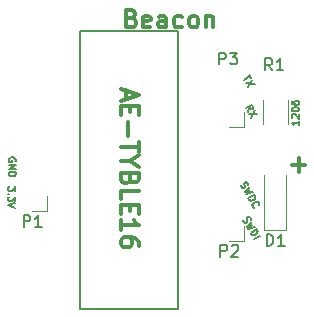
<source format=gbr>
G04 #@! TF.FileFunction,Legend,Top*
%FSLAX46Y46*%
G04 Gerber Fmt 4.6, Leading zero omitted, Abs format (unit mm)*
G04 Created by KiCad (PCBNEW 4.0.1-stable) date 2019/03/03 15:39:44*
%MOMM*%
G01*
G04 APERTURE LIST*
%ADD10C,0.100000*%
%ADD11C,0.150000*%
%ADD12C,0.300000*%
%ADD13C,0.375000*%
%ADD14C,0.120000*%
G04 APERTURE END LIST*
D10*
D11*
X174921429Y-102160715D02*
X174921429Y-102503572D01*
X174921429Y-102332144D02*
X174321429Y-102332144D01*
X174407143Y-102389287D01*
X174464286Y-102446429D01*
X174492857Y-102503572D01*
X174378571Y-101932143D02*
X174350000Y-101903572D01*
X174321429Y-101846429D01*
X174321429Y-101703572D01*
X174350000Y-101646429D01*
X174378571Y-101617858D01*
X174435714Y-101589286D01*
X174492857Y-101589286D01*
X174578571Y-101617858D01*
X174921429Y-101960715D01*
X174921429Y-101589286D01*
X174321429Y-101217857D02*
X174321429Y-101160714D01*
X174350000Y-101103571D01*
X174378571Y-101075000D01*
X174435714Y-101046429D01*
X174550000Y-101017857D01*
X174692857Y-101017857D01*
X174807143Y-101046429D01*
X174864286Y-101075000D01*
X174892857Y-101103571D01*
X174921429Y-101160714D01*
X174921429Y-101217857D01*
X174892857Y-101275000D01*
X174864286Y-101303571D01*
X174807143Y-101332143D01*
X174692857Y-101360714D01*
X174550000Y-101360714D01*
X174435714Y-101332143D01*
X174378571Y-101303571D01*
X174350000Y-101275000D01*
X174321429Y-101217857D01*
X174321429Y-100503571D02*
X174321429Y-100617857D01*
X174350000Y-100675000D01*
X174378571Y-100703571D01*
X174464286Y-100760714D01*
X174578571Y-100789285D01*
X174807143Y-100789285D01*
X174864286Y-100760714D01*
X174892857Y-100732142D01*
X174921429Y-100675000D01*
X174921429Y-100560714D01*
X174892857Y-100503571D01*
X174864286Y-100475000D01*
X174807143Y-100446428D01*
X174664286Y-100446428D01*
X174607143Y-100475000D01*
X174578571Y-100503571D01*
X174550000Y-100560714D01*
X174550000Y-100675000D01*
X174578571Y-100732142D01*
X174607143Y-100760714D01*
X174664286Y-100789285D01*
D12*
X174328572Y-105907143D02*
X175471429Y-105907143D01*
X174900000Y-106478571D02*
X174900000Y-105335714D01*
D13*
X160760715Y-93467857D02*
X160975001Y-93539286D01*
X161046429Y-93610714D01*
X161117858Y-93753571D01*
X161117858Y-93967857D01*
X161046429Y-94110714D01*
X160975001Y-94182143D01*
X160832143Y-94253571D01*
X160260715Y-94253571D01*
X160260715Y-92753571D01*
X160760715Y-92753571D01*
X160903572Y-92825000D01*
X160975001Y-92896429D01*
X161046429Y-93039286D01*
X161046429Y-93182143D01*
X160975001Y-93325000D01*
X160903572Y-93396429D01*
X160760715Y-93467857D01*
X160260715Y-93467857D01*
X162332143Y-94182143D02*
X162189286Y-94253571D01*
X161903572Y-94253571D01*
X161760715Y-94182143D01*
X161689286Y-94039286D01*
X161689286Y-93467857D01*
X161760715Y-93325000D01*
X161903572Y-93253571D01*
X162189286Y-93253571D01*
X162332143Y-93325000D01*
X162403572Y-93467857D01*
X162403572Y-93610714D01*
X161689286Y-93753571D01*
X163689286Y-94253571D02*
X163689286Y-93467857D01*
X163617857Y-93325000D01*
X163475000Y-93253571D01*
X163189286Y-93253571D01*
X163046429Y-93325000D01*
X163689286Y-94182143D02*
X163546429Y-94253571D01*
X163189286Y-94253571D01*
X163046429Y-94182143D01*
X162975000Y-94039286D01*
X162975000Y-93896429D01*
X163046429Y-93753571D01*
X163189286Y-93682143D01*
X163546429Y-93682143D01*
X163689286Y-93610714D01*
X165046429Y-94182143D02*
X164903572Y-94253571D01*
X164617858Y-94253571D01*
X164475000Y-94182143D01*
X164403572Y-94110714D01*
X164332143Y-93967857D01*
X164332143Y-93539286D01*
X164403572Y-93396429D01*
X164475000Y-93325000D01*
X164617858Y-93253571D01*
X164903572Y-93253571D01*
X165046429Y-93325000D01*
X165903572Y-94253571D02*
X165760714Y-94182143D01*
X165689286Y-94110714D01*
X165617857Y-93967857D01*
X165617857Y-93539286D01*
X165689286Y-93396429D01*
X165760714Y-93325000D01*
X165903572Y-93253571D01*
X166117857Y-93253571D01*
X166260714Y-93325000D01*
X166332143Y-93396429D01*
X166403572Y-93539286D01*
X166403572Y-93967857D01*
X166332143Y-94110714D01*
X166260714Y-94182143D01*
X166117857Y-94253571D01*
X165903572Y-94253571D01*
X167046429Y-93253571D02*
X167046429Y-94253571D01*
X167046429Y-93396429D02*
X167117857Y-93325000D01*
X167260715Y-93253571D01*
X167475000Y-93253571D01*
X167617857Y-93325000D01*
X167689286Y-93467857D01*
X167689286Y-94253571D01*
D11*
X170211109Y-110517519D02*
X170229222Y-110606036D01*
X170300650Y-110729754D01*
X170353966Y-110764955D01*
X170392994Y-110775413D01*
X170456768Y-110771585D01*
X170506255Y-110743014D01*
X170541456Y-110689698D01*
X170551914Y-110650669D01*
X170548087Y-110586896D01*
X170515687Y-110473636D01*
X170511860Y-110409864D01*
X170522317Y-110370834D01*
X170557519Y-110317519D01*
X170607006Y-110288948D01*
X170670779Y-110285119D01*
X170709808Y-110295578D01*
X170763122Y-110330779D01*
X170834551Y-110454498D01*
X170852665Y-110543014D01*
X170977408Y-110701933D02*
X170529222Y-111125651D01*
X170957519Y-111010340D01*
X170643508Y-111323600D01*
X171234551Y-111147318D01*
X170829222Y-111645266D02*
X171348837Y-111345266D01*
X171420265Y-111468984D01*
X171438380Y-111557501D01*
X171417463Y-111635559D01*
X171382262Y-111688874D01*
X171297574Y-111770760D01*
X171223342Y-111813618D01*
X171110083Y-111846017D01*
X171046310Y-111849844D01*
X170968252Y-111828929D01*
X170900650Y-111768984D01*
X170829222Y-111645266D01*
X171129222Y-112164881D02*
X171648837Y-111864881D01*
X170007537Y-107581429D02*
X170025650Y-107669946D01*
X170097079Y-107793664D01*
X170150394Y-107828865D01*
X170189423Y-107839323D01*
X170253196Y-107835495D01*
X170302683Y-107806924D01*
X170337885Y-107753608D01*
X170348342Y-107714579D01*
X170344515Y-107650806D01*
X170312115Y-107537546D01*
X170308288Y-107473774D01*
X170318746Y-107434744D01*
X170353947Y-107381429D01*
X170403435Y-107352858D01*
X170467207Y-107349030D01*
X170506237Y-107359488D01*
X170559551Y-107394689D01*
X170630980Y-107518408D01*
X170649094Y-107606924D01*
X170773837Y-107765843D02*
X170325650Y-108189561D01*
X170753947Y-108074250D01*
X170439936Y-108387510D01*
X171030980Y-108211228D01*
X170625650Y-108709176D02*
X171145265Y-108409176D01*
X171216694Y-108532894D01*
X171234808Y-108621411D01*
X171213892Y-108699469D01*
X171178691Y-108752785D01*
X171094002Y-108834670D01*
X171019771Y-108877528D01*
X170906512Y-108909927D01*
X170842738Y-108913754D01*
X170764680Y-108892840D01*
X170697079Y-108832894D01*
X170625650Y-108709176D01*
X171146566Y-109497143D02*
X171107537Y-109486685D01*
X171039936Y-109426741D01*
X171011365Y-109377253D01*
X170993251Y-109288736D01*
X171014167Y-109210678D01*
X171049369Y-109157363D01*
X171134057Y-109075477D01*
X171208288Y-109032619D01*
X171321548Y-109000220D01*
X171385321Y-108996393D01*
X171463379Y-109017308D01*
X171530980Y-109077253D01*
X171559551Y-109126741D01*
X171577665Y-109215257D01*
X171567207Y-109254285D01*
X170589936Y-101374112D02*
X170737372Y-101058049D01*
X170418507Y-101077189D02*
X170938122Y-100777189D01*
X171052408Y-100975138D01*
X171056236Y-101038910D01*
X171045779Y-101077940D01*
X171010577Y-101131254D01*
X170936346Y-101174112D01*
X170872574Y-101177940D01*
X170833544Y-101167482D01*
X170780230Y-101132281D01*
X170665944Y-100934332D01*
X171209551Y-101247317D02*
X170889936Y-101893727D01*
X171409551Y-101593727D02*
X170689936Y-101547317D01*
X170730979Y-98239817D02*
X170902408Y-98536740D01*
X170297078Y-98688278D02*
X170816693Y-98388278D01*
X170973836Y-98660458D02*
X170654221Y-99306868D01*
X171173836Y-99006868D02*
X170454221Y-98960458D01*
X150925000Y-105592858D02*
X150953571Y-105535715D01*
X150953571Y-105450001D01*
X150925000Y-105364286D01*
X150867857Y-105307144D01*
X150810714Y-105278572D01*
X150696429Y-105250001D01*
X150610714Y-105250001D01*
X150496429Y-105278572D01*
X150439286Y-105307144D01*
X150382143Y-105364286D01*
X150353571Y-105450001D01*
X150353571Y-105507144D01*
X150382143Y-105592858D01*
X150410714Y-105621429D01*
X150610714Y-105621429D01*
X150610714Y-105507144D01*
X150353571Y-105878572D02*
X150953571Y-105878572D01*
X150353571Y-106221429D01*
X150953571Y-106221429D01*
X150353571Y-106507143D02*
X150953571Y-106507143D01*
X150953571Y-106650000D01*
X150925000Y-106735715D01*
X150867857Y-106792857D01*
X150810714Y-106821429D01*
X150696429Y-106850000D01*
X150610714Y-106850000D01*
X150496429Y-106821429D01*
X150439286Y-106792857D01*
X150382143Y-106735715D01*
X150353571Y-106650000D01*
X150353571Y-106507143D01*
X150928571Y-107714285D02*
X150928571Y-108085714D01*
X150700000Y-107885714D01*
X150700000Y-107971428D01*
X150671429Y-108028571D01*
X150642857Y-108057142D01*
X150585714Y-108085714D01*
X150442857Y-108085714D01*
X150385714Y-108057142D01*
X150357143Y-108028571D01*
X150328571Y-107971428D01*
X150328571Y-107800000D01*
X150357143Y-107742857D01*
X150385714Y-107714285D01*
X150385714Y-108342857D02*
X150357143Y-108371429D01*
X150328571Y-108342857D01*
X150357143Y-108314286D01*
X150385714Y-108342857D01*
X150328571Y-108342857D01*
X150928571Y-108571428D02*
X150928571Y-108942857D01*
X150700000Y-108742857D01*
X150700000Y-108828571D01*
X150671429Y-108885714D01*
X150642857Y-108914285D01*
X150585714Y-108942857D01*
X150442857Y-108942857D01*
X150385714Y-108914285D01*
X150357143Y-108885714D01*
X150328571Y-108828571D01*
X150328571Y-108657143D01*
X150357143Y-108600000D01*
X150385714Y-108571428D01*
X150928571Y-109114286D02*
X150328571Y-109314286D01*
X150928571Y-109514286D01*
D12*
X160300000Y-99582143D02*
X160300000Y-100296429D01*
X159871429Y-99439286D02*
X161371429Y-99939286D01*
X159871429Y-100439286D01*
X160657143Y-100939286D02*
X160657143Y-101439286D01*
X159871429Y-101653572D02*
X159871429Y-100939286D01*
X161371429Y-100939286D01*
X161371429Y-101653572D01*
X160442857Y-102296429D02*
X160442857Y-103439286D01*
X161371429Y-103939286D02*
X161371429Y-104796429D01*
X159871429Y-104367858D02*
X161371429Y-104367858D01*
X160585714Y-105582143D02*
X159871429Y-105582143D01*
X161371429Y-105082143D02*
X160585714Y-105582143D01*
X161371429Y-106082143D01*
X160657143Y-107082143D02*
X160585714Y-107296429D01*
X160514286Y-107367857D01*
X160371429Y-107439286D01*
X160157143Y-107439286D01*
X160014286Y-107367857D01*
X159942857Y-107296429D01*
X159871429Y-107153571D01*
X159871429Y-106582143D01*
X161371429Y-106582143D01*
X161371429Y-107082143D01*
X161300000Y-107225000D01*
X161228571Y-107296429D01*
X161085714Y-107367857D01*
X160942857Y-107367857D01*
X160800000Y-107296429D01*
X160728571Y-107225000D01*
X160657143Y-107082143D01*
X160657143Y-106582143D01*
X159871429Y-108796429D02*
X159871429Y-108082143D01*
X161371429Y-108082143D01*
X160657143Y-109296429D02*
X160657143Y-109796429D01*
X159871429Y-110010715D02*
X159871429Y-109296429D01*
X161371429Y-109296429D01*
X161371429Y-110010715D01*
X159871429Y-111439286D02*
X159871429Y-110582143D01*
X159871429Y-111010715D02*
X161371429Y-111010715D01*
X161157143Y-110867858D01*
X161014286Y-110725000D01*
X160942857Y-110582143D01*
X161371429Y-112725000D02*
X161371429Y-112439286D01*
X161300000Y-112296429D01*
X161228571Y-112225000D01*
X161014286Y-112082143D01*
X160728571Y-112010714D01*
X160157143Y-112010714D01*
X160014286Y-112082143D01*
X159942857Y-112153571D01*
X159871429Y-112296429D01*
X159871429Y-112582143D01*
X159942857Y-112725000D01*
X160014286Y-112796429D01*
X160157143Y-112867857D01*
X160514286Y-112867857D01*
X160657143Y-112796429D01*
X160728571Y-112725000D01*
X160800000Y-112582143D01*
X160800000Y-112296429D01*
X160728571Y-112153571D01*
X160657143Y-112082143D01*
X160514286Y-112010714D01*
D14*
X170270000Y-111025000D02*
X170270000Y-112295000D01*
X170270000Y-112295000D02*
X169000000Y-112295000D01*
X170245000Y-101415000D02*
X170245000Y-102685000D01*
X170245000Y-102685000D02*
X168975000Y-102685000D01*
X153570000Y-108525000D02*
X153570000Y-109795000D01*
X153570000Y-109795000D02*
X152300000Y-109795000D01*
D11*
X164650000Y-118050000D02*
X164650000Y-94550000D01*
X164650000Y-94550000D02*
X156350000Y-94550000D01*
X156350000Y-94550000D02*
X156350000Y-118050000D01*
X156350000Y-118050000D02*
X164650000Y-118050000D01*
D14*
X171975000Y-111400000D02*
X173875000Y-111400000D01*
X173875000Y-111400000D02*
X173875000Y-106700000D01*
X171975000Y-111400000D02*
X171975000Y-106700000D01*
X173995000Y-100425000D02*
X173995000Y-102425000D01*
X171855000Y-102425000D02*
X171855000Y-100425000D01*
D11*
X168286905Y-113652381D02*
X168286905Y-112652381D01*
X168667858Y-112652381D01*
X168763096Y-112700000D01*
X168810715Y-112747619D01*
X168858334Y-112842857D01*
X168858334Y-112985714D01*
X168810715Y-113080952D01*
X168763096Y-113128571D01*
X168667858Y-113176190D01*
X168286905Y-113176190D01*
X169239286Y-112747619D02*
X169286905Y-112700000D01*
X169382143Y-112652381D01*
X169620239Y-112652381D01*
X169715477Y-112700000D01*
X169763096Y-112747619D01*
X169810715Y-112842857D01*
X169810715Y-112938095D01*
X169763096Y-113080952D01*
X169191667Y-113652381D01*
X169810715Y-113652381D01*
X168186905Y-97377381D02*
X168186905Y-96377381D01*
X168567858Y-96377381D01*
X168663096Y-96425000D01*
X168710715Y-96472619D01*
X168758334Y-96567857D01*
X168758334Y-96710714D01*
X168710715Y-96805952D01*
X168663096Y-96853571D01*
X168567858Y-96901190D01*
X168186905Y-96901190D01*
X169091667Y-96377381D02*
X169710715Y-96377381D01*
X169377381Y-96758333D01*
X169520239Y-96758333D01*
X169615477Y-96805952D01*
X169663096Y-96853571D01*
X169710715Y-96948810D01*
X169710715Y-97186905D01*
X169663096Y-97282143D01*
X169615477Y-97329762D01*
X169520239Y-97377381D01*
X169234524Y-97377381D01*
X169139286Y-97329762D01*
X169091667Y-97282143D01*
X151611905Y-111152381D02*
X151611905Y-110152381D01*
X151992858Y-110152381D01*
X152088096Y-110200000D01*
X152135715Y-110247619D01*
X152183334Y-110342857D01*
X152183334Y-110485714D01*
X152135715Y-110580952D01*
X152088096Y-110628571D01*
X151992858Y-110676190D01*
X151611905Y-110676190D01*
X153135715Y-111152381D02*
X152564286Y-111152381D01*
X152850000Y-111152381D02*
X152850000Y-110152381D01*
X152754762Y-110295238D01*
X152659524Y-110390476D01*
X152564286Y-110438095D01*
X172186905Y-112752381D02*
X172186905Y-111752381D01*
X172425000Y-111752381D01*
X172567858Y-111800000D01*
X172663096Y-111895238D01*
X172710715Y-111990476D01*
X172758334Y-112180952D01*
X172758334Y-112323810D01*
X172710715Y-112514286D01*
X172663096Y-112609524D01*
X172567858Y-112704762D01*
X172425000Y-112752381D01*
X172186905Y-112752381D01*
X173710715Y-112752381D02*
X173139286Y-112752381D01*
X173425000Y-112752381D02*
X173425000Y-111752381D01*
X173329762Y-111895238D01*
X173234524Y-111990476D01*
X173139286Y-112038095D01*
X172658334Y-97877381D02*
X172325000Y-97401190D01*
X172086905Y-97877381D02*
X172086905Y-96877381D01*
X172467858Y-96877381D01*
X172563096Y-96925000D01*
X172610715Y-96972619D01*
X172658334Y-97067857D01*
X172658334Y-97210714D01*
X172610715Y-97305952D01*
X172563096Y-97353571D01*
X172467858Y-97401190D01*
X172086905Y-97401190D01*
X173610715Y-97877381D02*
X173039286Y-97877381D01*
X173325000Y-97877381D02*
X173325000Y-96877381D01*
X173229762Y-97020238D01*
X173134524Y-97115476D01*
X173039286Y-97163095D01*
M02*

</source>
